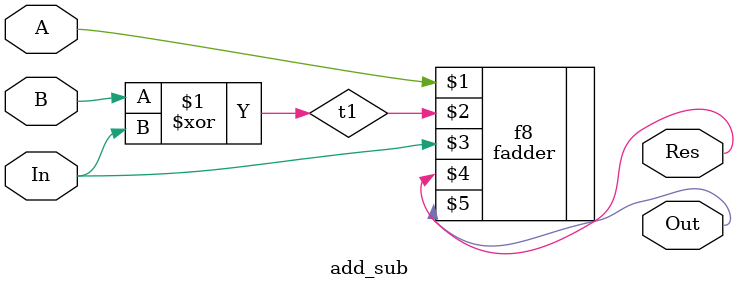
<source format=v>
module add_sub(A, B, In, Res, Out);
    input A, B;
    input In;
    output Res;
    output Out;
    wire t1;
    xor x3(t1,B,In);
	 fadder f8(A,t1,In,Res,Out);  
    endmodule

</source>
